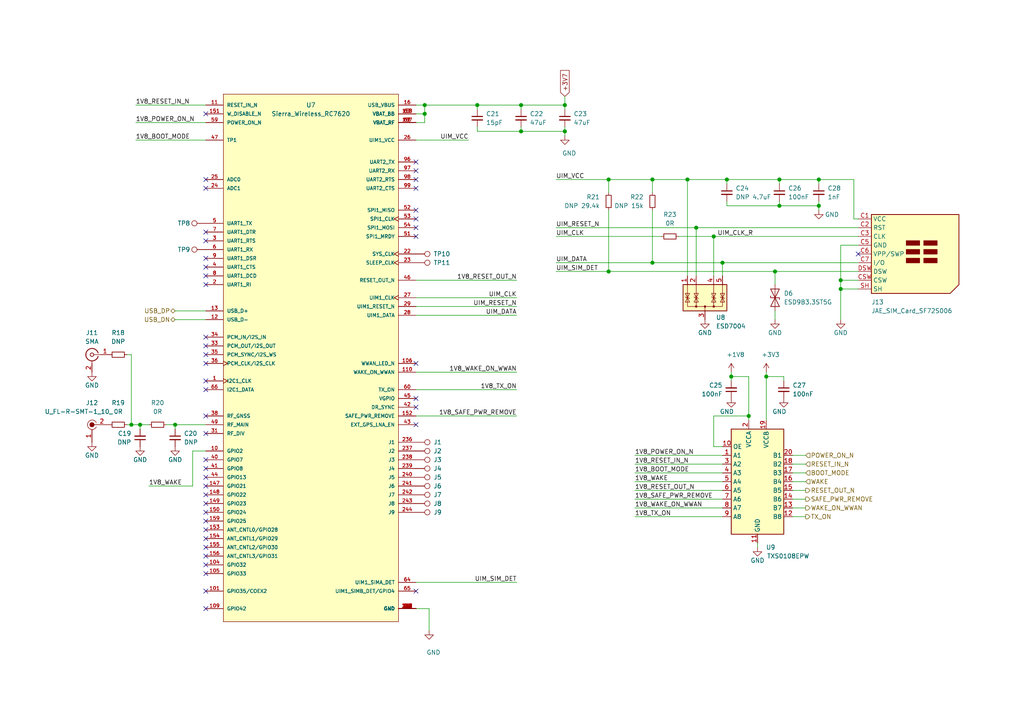
<source format=kicad_sch>
(kicad_sch (version 20210126) (generator eeschema)
  (paper "A4")
  (lib_symbols
    (symbol "Connector:Conn_Coaxial" (pin_names (offset 1.016) hide)
      (property "Reference" "J" (at 0.254 3.048 0))
      (property "Value" "Conn_Coaxial" (at 2.921 0 90))
      (symbol "Conn_Coaxial_0_1"
        (arc (start -1.778 0.508) (end 1.778 0) (radius (at -0.0508 0) (length 1.8034) (angles 163.6 0)) (stroke (width 0.254)))
        (arc (start 1.778 0) (end -1.778 -0.508) (radius (at -0.0254 0) (length 1.8034) (angles 0 -163.8)) (stroke (width 0.254)))
        (circle (center 0 0) (radius 0.508) (stroke (width 0.2032)))
        (polyline (pts (xy -2.54 0) (xy -0.508 0)))
        (polyline (pts (xy 0 -2.54) (xy 0 -1.778)))
      )
      (symbol "Conn_Coaxial_1_1"
        (pin passive line (at -5.08 0 0) (length 2.54) (name "In") (number "1"))
        (pin passive line (at 0 -5.08 90) (length 2.54) (name "Ext") (number "2"))
      )
    )
    (symbol "Connector:JAE_SIM_Card_SF72S006"
      (property "Reference" "J" (at 5.08 12.7 0))
      (property "Value" "JAE_SIM_Card_SF72S006" (at 30.48 12.7 0))
      (symbol "JAE_SIM_Card_SF72S006_0_1"
        (rectangle (start 13.97 -2.54) (end 17.78 -1.27) (stroke (width 0.254)) (fill (type outline)))
        (rectangle (start 13.97 0) (end 17.78 1.27) (stroke (width 0.254)) (fill (type outline)))
        (rectangle (start 13.97 2.54) (end 17.78 3.81) (stroke (width 0.254)) (fill (type outline)))
        (rectangle (start 19.05 -1.27) (end 22.86 -2.54) (stroke (width 0.254)) (fill (type outline)))
        (rectangle (start 19.05 0) (end 22.86 1.27) (stroke (width 0.254)) (fill (type outline)))
        (rectangle (start 19.05 2.54) (end 22.86 3.81) (stroke (width 0.254)) (fill (type outline)))
        (polyline (pts (xy 3.81 11.43) (xy 3.81 -11.43) (xy 26.67 -11.43) (xy 29.21 -8.89) (xy 29.21 11.43) (xy 3.81 11.43)) (stroke (width 0.254)) (fill (type background)))
      )
      (symbol "JAE_SIM_Card_SF72S006_1_1"
        (pin power_in line (at 0 10.16 0) (length 3.81) (name "VCC") (number "C1"))
        (pin input line (at 0 7.62 0) (length 3.81) (name "RST") (number "C2"))
        (pin input line (at 0 5.08 0) (length 3.81) (name "CLK") (number "C3"))
        (pin power_in line (at 0 2.54 0) (length 3.81) (name "GND") (number "C5"))
        (pin bidirectional line (at 0 0 0) (length 3.81) (name "VPP/SWP") (number "C6"))
        (pin bidirectional line (at 0 -2.54 0) (length 3.81) (name "I/O") (number "C7"))
        (pin passive line (at 0 -7.62 0) (length 3.81) (name "CSW") (number "CSW"))
        (pin passive line (at 0 -5.08 0) (length 3.81) (name "DSW") (number "DSW"))
        (pin passive line (at 0 -10.16 0) (length 3.81) (name "SH") (number "SH"))
      )
    )
    (symbol "Connector:TestPoint" (pin_numbers hide) (pin_names (offset 0.762) hide)
      (property "Reference" "TP" (at 0 6.858 0))
      (property "Value" "TestPoint" (at 0 5.08 0))
      (symbol "TestPoint_0_1"
        (circle (center 0 3.302) (radius 0.762))
      )
      (symbol "TestPoint_1_1"
        (pin passive line (at 0 0 90) (length 2.54) (name "1") (number "1"))
      )
    )
    (symbol "Device:C_Small" (pin_numbers hide) (pin_names (offset 0.254) hide)
      (property "Reference" "C" (at 0.254 1.778 0))
      (property "Value" "C_Small" (at 0.254 -2.032 0))
      (symbol "C_Small_0_1"
        (polyline (pts (xy -1.524 -0.508) (xy 1.524 -0.508)) (stroke (width 0.3302)))
        (polyline (pts (xy -1.524 0.508) (xy 1.524 0.508)) (stroke (width 0.3048)))
      )
      (symbol "C_Small_1_1"
        (pin passive line (at 0 2.54 270) (length 2.032) (name "~") (number "1"))
        (pin passive line (at 0 -2.54 90) (length 2.032) (name "~") (number "2"))
      )
    )
    (symbol "Device:R_Small" (pin_numbers hide) (pin_names (offset 0.254) hide)
      (property "Reference" "R" (at 0.762 0.508 0))
      (property "Value" "R_Small" (at 0.762 -1.016 0))
      (symbol "R_Small_0_1"
        (rectangle (start -0.762 1.778) (end 0.762 -1.778) (stroke (width 0.2032)))
      )
      (symbol "R_Small_1_1"
        (pin passive line (at 0 2.54 270) (length 0.762) (name "~") (number "1"))
        (pin passive line (at 0 -2.54 90) (length 0.762) (name "~") (number "2"))
      )
    )
    (symbol "Diode:ESD9B3.3ST5G" (pin_numbers hide) (pin_names (offset 1.016) hide)
      (property "Reference" "D" (at 0 2.54 0))
      (property "Value" "ESD9B3.3ST5G" (at 0 -2.54 0))
      (symbol "ESD9B3.3ST5G_0_1"
        (polyline (pts (xy 1.27 0) (xy -1.27 0)))
        (polyline (pts (xy -2.54 -1.27) (xy 0 0) (xy -2.54 1.27) (xy -2.54 -1.27)) (stroke (width 0.2032)))
        (polyline (pts (xy 0.508 1.27) (xy 0 1.27) (xy 0 -1.27) (xy -0.508 -1.27)) (stroke (width 0.2032)))
        (polyline (pts (xy 2.54 1.27) (xy 2.54 -1.27) (xy 0 0) (xy 2.54 1.27)) (stroke (width 0.2032)))
      )
      (symbol "ESD9B3.3ST5G_1_1"
        (pin passive line (at -3.81 0 0) (length 2.54) (name "A1") (number "1"))
        (pin passive line (at 3.81 0 180) (length 2.54) (name "A2") (number "2"))
      )
    )
    (symbol "Logic_LevelTranslator:TXS0108EPW"
      (property "Reference" "U" (at -6.35 16.51 0))
      (property "Value" "TXS0108EPW" (at 3.81 16.51 0))
      (symbol "TXS0108EPW_0_1"
        (rectangle (start -7.62 15.24) (end 7.62 -15.24) (stroke (width 0.254)) (fill (type background)))
      )
      (symbol "TXS0108EPW_1_1"
        (pin bidirectional line (at -10.16 7.62 0) (length 2.54) (name "A1") (number "1"))
        (pin input line (at -10.16 10.16 0) (length 2.54) (name "OE") (number "10"))
        (pin power_in line (at 0 -17.78 90) (length 2.54) (name "GND") (number "11"))
        (pin bidirectional line (at 10.16 -10.16 180) (length 2.54) (name "B8") (number "12"))
        (pin bidirectional line (at 10.16 -7.62 180) (length 2.54) (name "B7") (number "13"))
        (pin bidirectional line (at 10.16 -5.08 180) (length 2.54) (name "B6") (number "14"))
        (pin bidirectional line (at 10.16 -2.54 180) (length 2.54) (name "B5") (number "15"))
        (pin bidirectional line (at 10.16 0 180) (length 2.54) (name "B4") (number "16"))
        (pin bidirectional line (at 10.16 2.54 180) (length 2.54) (name "B3") (number "17"))
        (pin bidirectional line (at 10.16 5.08 180) (length 2.54) (name "B2") (number "18"))
        (pin power_in line (at 2.54 17.78 270) (length 2.54) (name "VCCB") (number "19"))
        (pin power_in line (at -2.54 17.78 270) (length 2.54) (name "VCCA") (number "2"))
        (pin bidirectional line (at 10.16 7.62 180) (length 2.54) (name "B1") (number "20"))
        (pin bidirectional line (at -10.16 5.08 0) (length 2.54) (name "A2") (number "3"))
        (pin bidirectional line (at -10.16 2.54 0) (length 2.54) (name "A3") (number "4"))
        (pin bidirectional line (at -10.16 0 0) (length 2.54) (name "A4") (number "5"))
        (pin bidirectional line (at -10.16 -2.54 0) (length 2.54) (name "A5") (number "6"))
        (pin bidirectional line (at -10.16 -5.08 0) (length 2.54) (name "A6") (number "7"))
        (pin bidirectional line (at -10.16 -7.62 0) (length 2.54) (name "A7") (number "8"))
        (pin bidirectional line (at -10.16 -10.16 0) (length 2.54) (name "A8") (number "9"))
      )
    )
    (symbol "Power_Protection:TPD4E02B04DQA" (pin_names hide)
      (property "Reference" "U" (at 7.62 3.81 0))
      (property "Value" "TPD4E02B04DQA" (at 7.62 1.905 0))
      (symbol "TPD4E02B04DQA_0_0"
        (pin passive line (at 0 -5.08 90) (length 2.54) (name "G") (number "3"))
      )
      (symbol "TPD4E02B04DQA_0_1"
        (circle (center 0 -1.27) (radius 0.254) (fill (type outline)))
        (circle (center 2.54 -1.27) (radius 0.254) (fill (type outline)))
        (rectangle (start -6.35 5.08) (end 6.35 -2.54) (stroke (width 0.254)) (fill (type background)))
        (polyline (pts (xy -2.54 5.08) (xy -2.54 -1.27)))
        (polyline (pts (xy 0 -1.27) (xy 0 -2.54)))
        (polyline (pts (xy 2.54 5.08) (xy 2.54 -1.27)))
        (polyline (pts (xy -5.08 5.08) (xy -5.08 -1.27) (xy 5.08 -1.27) (xy 5.08 5.08)))
        (polyline (pts (xy -4.445 0) (xy -5.715 0) (xy -5.08 1.27) (xy -4.445 0)))
        (polyline (pts (xy -3.175 1.524) (xy -2.921 1.27) (xy -2.159 1.27) (xy -1.905 1.016)))
        (polyline (pts (xy -2.54 1.27) (xy -1.905 0) (xy -3.175 0) (xy -2.54 1.27)))
        (polyline (pts (xy 2.54 1.27) (xy 1.905 0) (xy 3.175 0) (xy 2.54 1.27)))
        (polyline (pts (xy 5.08 1.27) (xy 4.445 0) (xy 5.715 0) (xy 5.08 1.27)))
      )
      (symbol "TPD4E02B04DQA_1_1"
        (circle (center -2.54 -1.27) (radius 0.254) (fill (type outline)))
        (polyline (pts (xy -5.715 1.524) (xy -5.461 1.27) (xy -4.699 1.27) (xy -4.445 1.016)))
        (polyline (pts (xy -5.08 1.27) (xy -5.715 2.54) (xy -4.445 2.54) (xy -5.08 1.27)))
        (polyline (pts (xy -2.54 1.27) (xy -3.175 2.54) (xy -1.905 2.54) (xy -2.54 1.27)))
        (polyline (pts (xy 1.905 1.524) (xy 2.159 1.27) (xy 2.921 1.27) (xy 3.175 1.016)))
        (polyline (pts (xy 2.54 1.27) (xy 1.905 2.54) (xy 3.175 2.54) (xy 2.54 1.27)))
        (polyline (pts (xy 4.445 1.524) (xy 4.699 1.27) (xy 5.461 1.27) (xy 5.715 1.016)))
        (polyline (pts (xy 5.08 1.27) (xy 4.445 2.54) (xy 5.715 2.54) (xy 5.08 1.27)))
        (pin passive line (at -5.08 7.62 270) (length 2.54) (name "IO1") (number "1"))
        (pin no_connect line (at -5.08 -2.54 90) (length 2.54) hide (name "NC") (number "10"))
        (pin passive line (at -2.54 7.62 270) (length 2.54) (name "IO2") (number "2"))
        (pin passive line (at 2.54 7.62 270) (length 2.54) (name "IO3") (number "4"))
        (pin passive line (at 5.08 7.62 270) (length 2.54) (name "IO4") (number "5"))
        (pin no_connect line (at 5.08 -2.54 90) (length 2.54) hide (name "NC") (number "6"))
        (pin no_connect line (at 2.54 -2.54 90) (length 2.54) hide (name "NC") (number "7"))
        (pin passive line (at 0 -5.08 90) (length 2.54) hide (name "G") (number "8"))
        (pin no_connect line (at -2.54 -2.54 90) (length 2.54) hide (name "NC") (number "9"))
      )
    )
    (symbol "dk_Coaxial-Connectors-RF:U_FL-R-SMT-1_10_" (pin_names (offset 1.016))
      (property "Reference" "J" (at -1.27 1.27 0))
      (property "Value" "U_FL-R-SMT-1_10_" (at 1.27 -2.54 0))
      (symbol "U_FL-R-SMT-1_10__1_1"
        (arc (start -1.27 0) (end 1.27 -0.635) (radius (at 0.0508 -0.0254) (length 1.3208) (angles 178.9 -26.6)))
        (arc (start 1.27 0.635) (end -1.27 0) (radius (at 0.0762 0.0254) (length 1.3462) (angles 27.1 -178.9)))
        (circle (center 0 0) (radius 0.635) (fill (type outline)))
        (pin passive line (at 0 -5.08 90) (length 3.683) (name "~") (number "1"))
        (pin passive line (at 5.08 0 180) (length 4.445) (name "~") (number "2"))
      )
    )
    (symbol "j_RF_Module:Sierra_Wireless_RC7620" (pin_names (offset 1.016))
      (property "Reference" "U" (at -25.4508 86.5378 0))
      (property "Value" "Sierra_Wireless_RC7620" (at -24.765 -69.85 0))
      (symbol "Sierra_Wireless_RC7620_0_0"
        (rectangle (start -25.4 85.725) (end 25.4 -67.31) (stroke (width 0.1524)) (fill (type background)))
        (pin bidirectional clock (at -30.48 2.54 0) (length 5.08) (name "I2C1_CLK") (number "1"))
        (pin bidirectional line (at -30.48 -17.78 0) (length 5.08) (name "GPIO2") (number "10"))
        (pin bidirectional line (at -30.48 -58.42 0) (length 5.08) (name "GPIO35/COEX2") (number "101"))
        (pin bidirectional line (at -30.48 -50.8 0) (length 5.08) (name "GPIO32") (number "104"))
        (pin bidirectional line (at -30.48 -53.34 0) (length 5.08) (name "GPIO33") (number "105"))
        (pin output line (at 30.48 7.62 180) (length 5.08) (name "WWAN_LED_N") (number "106"))
        (pin bidirectional line (at -30.48 -63.5 0) (length 5.08) (name "GPIO42") (number "109"))
        (pin input line (at -30.48 82.55 0) (length 5.08) (name "RESET_IN_N") (number "11"))
        (pin output line (at 30.48 5.08 180) (length 5.08) (name "WAKE_ON_WWAN") (number "110"))
        (pin power_in line (at 30.48 -63.5 180) (length 5.08) (name "GND") (number "111"))
        (pin power_in line (at 30.48 -63.5 180) (length 5.08) (name "GND") (number "113"))
        (pin bidirectional line (at -30.48 20.32 0) (length 5.08) (name "USB_D-") (number "12"))
        (pin power_in line (at 30.48 -63.5 180) (length 5.08) (name "GND") (number "125"))
        (pin power_in line (at 30.48 -63.5 180) (length 5.08) (name "GND") (number "128"))
        (pin bidirectional line (at -30.48 22.86 0) (length 5.08) (name "USB_D+") (number "13"))
        (pin power_in line (at 30.48 -63.5 180) (length 5.08) (name "GND") (number "136"))
        (pin power_in line (at 30.48 -63.5 180) (length 5.08) (name "GND") (number "139"))
        (pin bidirectional line (at -30.48 -27.94 0) (length 5.08) (name "GPIO21") (number "147"))
        (pin bidirectional line (at -30.48 -30.48 0) (length 5.08) (name "GPIO22") (number "148"))
        (pin bidirectional line (at -30.48 -33.02 0) (length 5.08) (name "GPIO23") (number "149"))
        (pin bidirectional line (at -30.48 -35.56 0) (length 5.08) (name "GPIO24") (number "150"))
        (pin input line (at -30.48 80.01 0) (length 5.08) (name "W_DISABLE_N") (number "151"))
        (pin output line (at 30.48 -7.62 180) (length 5.08) (name "SAFE_PWR_REMOVE") (number "152"))
        (pin bidirectional line (at -30.48 -40.64 0) (length 5.08) (name "ANT_CNTL0/GPIO28") (number "153"))
        (pin bidirectional line (at -30.48 -43.18 0) (length 5.08) (name "ANT_CNTL1/GPIO29") (number "154"))
        (pin bidirectional line (at -30.48 -45.72 0) (length 5.08) (name "ANT_CNTL2/GPIO30") (number "155"))
        (pin bidirectional line (at -30.48 -48.26 0) (length 5.08) (name "ANT_CNTL3/GPIO31") (number "156"))
        (pin power_in line (at 30.48 77.47 180) (length 5.08) (name "VBAT_RF") (number "157"))
        (pin power_in line (at 30.48 80.01 180) (length 5.08) (name "VBAT_BB") (number "158"))
        (pin bidirectional line (at -30.48 -38.1 0) (length 5.08) (name "GPIO25") (number "159"))
        (pin power_in line (at 30.48 82.55 180) (length 5.08) (name "USB_VBUS") (number "16"))
        (pin power_in line (at 30.48 -63.5 180) (length 5.08) (name "GND") (number "167"))
        (pin power_in line (at 30.48 -63.5 180) (length 5.08) (name "GND") (number "168"))
        (pin power_in line (at 30.48 -63.5 180) (length 5.08) (name "GND") (number "169"))
        (pin power_in line (at 30.48 -63.5 180) (length 5.08) (name "GND") (number "170"))
        (pin power_in line (at 30.48 -63.5 180) (length 5.08) (name "GND") (number "171"))
        (pin power_in line (at 30.48 -63.5 180) (length 5.08) (name "GND") (number "172"))
        (pin power_in line (at 30.48 -63.5 180) (length 5.08) (name "GND") (number "173"))
        (pin power_in line (at 30.48 -63.5 180) (length 5.08) (name "GND") (number "174"))
        (pin power_in line (at 30.48 -63.5 180) (length 5.08) (name "GND") (number "175"))
        (pin power_in line (at 30.48 -63.5 180) (length 5.08) (name "GND") (number "176"))
        (pin power_in line (at 30.48 -63.5 180) (length 5.08) (name "GND") (number "177"))
        (pin power_in line (at 30.48 -63.5 180) (length 5.08) (name "GND") (number "178"))
        (pin power_in line (at 30.48 -63.5 180) (length 5.08) (name "GND") (number "179"))
        (pin power_in line (at 30.48 -63.5 180) (length 5.08) (name "GND") (number "180"))
        (pin power_in line (at 30.48 -63.5 180) (length 5.08) (name "GND") (number "181"))
        (pin power_in line (at 30.48 -63.5 180) (length 5.08) (name "GND") (number "182"))
        (pin power_in line (at 30.48 -63.5 180) (length 5.08) (name "GND") (number "183"))
        (pin power_in line (at 30.48 -63.5 180) (length 5.08) (name "GND") (number "184"))
        (pin power_in line (at 30.48 -63.5 180) (length 5.08) (name "GND") (number "185"))
        (pin power_in line (at 30.48 -63.5 180) (length 5.08) (name "GND") (number "186"))
        (pin power_in line (at 30.48 -63.5 180) (length 5.08) (name "GND") (number "187"))
        (pin power_in line (at 30.48 -63.5 180) (length 5.08) (name "GND") (number "188"))
        (pin power_in line (at 30.48 -63.5 180) (length 5.08) (name "GND") (number "189"))
        (pin power_in line (at 30.48 -63.5 180) (length 5.08) (name "GND") (number "190"))
        (pin power_in line (at 30.48 -63.5 180) (length 5.08) (name "GND") (number "191"))
        (pin power_in line (at 30.48 -63.5 180) (length 5.08) (name "GND") (number "192"))
        (pin power_in line (at 30.48 -63.5 180) (length 5.08) (name "GND") (number "193"))
        (pin power_in line (at 30.48 -63.5 180) (length 5.08) (name "GND") (number "194"))
        (pin power_in line (at 30.48 -63.5 180) (length 5.08) (name "GND") (number "195"))
        (pin power_in line (at 30.48 -63.5 180) (length 5.08) (name "GND") (number "196"))
        (pin power_in line (at 30.48 -63.5 180) (length 5.08) (name "GND") (number "197"))
        (pin power_in line (at 30.48 -63.5 180) (length 5.08) (name "GND") (number "198"))
        (pin power_in line (at 30.48 -63.5 180) (length 5.08) (name "GND") (number "199"))
        (pin output line (at -30.48 30.48 0) (length 5.08) (name "UART1_RI") (number "2"))
        (pin power_in line (at 30.48 -63.5 180) (length 5.08) (name "GND") (number "200"))
        (pin power_in line (at 30.48 -63.5 180) (length 5.08) (name "GND") (number "201"))
        (pin power_in line (at 30.48 -63.5 180) (length 5.08) (name "GND") (number "202"))
        (pin power_in line (at 30.48 -63.5 180) (length 5.08) (name "GND") (number "203"))
        (pin power_in line (at 30.48 -63.5 180) (length 5.08) (name "GND") (number "204"))
        (pin power_in line (at 30.48 -63.5 180) (length 5.08) (name "GND") (number "205"))
        (pin power_in line (at 30.48 -63.5 180) (length 5.08) (name "GND") (number "206"))
        (pin power_in line (at 30.48 -63.5 180) (length 5.08) (name "GND") (number "207"))
        (pin power_in line (at 30.48 -63.5 180) (length 5.08) (name "GND") (number "208"))
        (pin power_in line (at 30.48 -63.5 180) (length 5.08) (name "GND") (number "209"))
        (pin power_in line (at 30.48 -63.5 180) (length 5.08) (name "GND") (number "210"))
        (pin power_in line (at 30.48 -63.5 180) (length 5.08) (name "GND") (number "211"))
        (pin power_in line (at 30.48 -63.5 180) (length 5.08) (name "GND") (number "212"))
        (pin power_in line (at 30.48 -63.5 180) (length 5.08) (name "GND") (number "213"))
        (pin power_in line (at 30.48 -63.5 180) (length 5.08) (name "GND") (number "214"))
        (pin power_in line (at 30.48 -63.5 180) (length 5.08) (name "GND") (number "215"))
        (pin power_in line (at 30.48 -63.5 180) (length 5.08) (name "GND") (number "216"))
        (pin power_in line (at 30.48 -63.5 180) (length 5.08) (name "GND") (number "217"))
        (pin power_in line (at 30.48 -63.5 180) (length 5.08) (name "GND") (number "218"))
        (pin power_in line (at 30.48 -63.5 180) (length 5.08) (name "GND") (number "219"))
        (pin output clock (at 30.48 39.37 180) (length 5.08) (name "SYS_CLK") (number "22"))
        (pin power_in line (at 30.48 -63.5 180) (length 5.08) (name "GND") (number "220"))
        (pin power_in line (at 30.48 -63.5 180) (length 5.08) (name "GND") (number "221"))
        (pin power_in line (at 30.48 -63.5 180) (length 5.08) (name "GND") (number "222"))
        (pin power_in line (at 30.48 -63.5 180) (length 5.08) (name "GND") (number "223"))
        (pin power_in line (at 30.48 -63.5 180) (length 5.08) (name "GND") (number "224"))
        (pin power_in line (at 30.48 -63.5 180) (length 5.08) (name "GND") (number "225"))
        (pin power_in line (at 30.48 -63.5 180) (length 5.08) (name "GND") (number "226"))
        (pin power_in line (at 30.48 -63.5 180) (length 5.08) (name "GND") (number "227"))
        (pin power_in line (at 30.48 -63.5 180) (length 5.08) (name "GND") (number "228"))
        (pin power_in line (at 30.48 -63.5 180) (length 5.08) (name "GND") (number "229"))
        (pin output clock (at 30.48 36.83 180) (length 5.08) (name "SLEEP_CLK") (number "23"))
        (pin power_in line (at 30.48 -63.5 180) (length 5.08) (name "GND") (number "230"))
        (pin power_in line (at 30.48 -63.5 180) (length 5.08) (name "GND") (number "231"))
        (pin power_in line (at 30.48 -63.5 180) (length 5.08) (name "GND") (number "232"))
        (pin power_in line (at 30.48 -63.5 180) (length 5.08) (name "GND") (number "233"))
        (pin power_in line (at 30.48 -63.5 180) (length 5.08) (name "GND") (number "234"))
        (pin bidirectional line (at 30.48 -15.24 180) (length 5.08) (name "J1") (number "236"))
        (pin bidirectional line (at 30.48 -17.78 180) (length 5.08) (name "J2") (number "237"))
        (pin bidirectional line (at 30.48 -20.32 180) (length 5.08) (name "J3") (number "238"))
        (pin bidirectional line (at 30.48 -22.86 180) (length 5.08) (name "J4") (number "239"))
        (pin input line (at -30.48 58.42 0) (length 5.08) (name "ADC1") (number "24"))
        (pin bidirectional line (at 30.48 -25.4 180) (length 5.08) (name "J5") (number "240"))
        (pin bidirectional line (at 30.48 -27.94 180) (length 5.08) (name "J6") (number "241"))
        (pin bidirectional line (at 30.48 -30.48 180) (length 5.08) (name "J7") (number "242"))
        (pin bidirectional line (at 30.48 -33.02 180) (length 5.08) (name "J8") (number "243"))
        (pin bidirectional line (at 30.48 -35.56 180) (length 5.08) (name "J9") (number "244"))
        (pin input line (at -30.48 60.96 0) (length 5.08) (name "ADC0") (number "25"))
        (pin power_out line (at 30.48 72.39 180) (length 5.08) (name "UIM1_VCC") (number "26"))
        (pin output clock (at 30.48 26.67 180) (length 5.08) (name "UIM1_CLK") (number "27"))
        (pin bidirectional line (at 30.48 21.59 180) (length 5.08) (name "UIM1_DATA") (number "28"))
        (pin output line (at 30.48 24.13 180) (length 5.08) (name "UIM1_RESET_N") (number "29"))
        (pin input line (at -30.48 43.18 0) (length 5.08) (name "UART1_RTS") (number "3"))
        (pin power_in line (at 30.48 -63.5 180) (length 5.08) (name "GND") (number "30"))
        (pin bidirectional line (at -30.48 -12.7 0) (length 5.08) (name "RF_DIV") (number "31"))
        (pin power_in line (at 30.48 -63.5 180) (length 5.08) (name "GND") (number "32"))
        (pin output line (at -30.48 12.7 0) (length 5.08) (name "PCM_OUT/I2S_OUT") (number "33"))
        (pin input line (at -30.48 15.24 0) (length 5.08) (name "PCM_IN/I2S_IN") (number "34"))
        (pin bidirectional line (at -30.48 10.16 0) (length 5.08) (name "PCM_SYNC/I2S_WS") (number "35"))
        (pin bidirectional clock (at -30.48 7.62 0) (length 5.08) (name "PCM_CLK/I2S_CLK") (number "36"))
        (pin power_in line (at 30.48 -63.5 180) (length 5.08) (name "GND") (number "37"))
        (pin input line (at -30.48 -7.62 0) (length 5.08) (name "RF_GNSS") (number "38"))
        (pin power_in line (at 30.48 -63.5 180) (length 5.08) (name "GND") (number "39"))
        (pin output line (at -30.48 35.56 0) (length 5.08) (name "UART1_CTS") (number "4"))
        (pin bidirectional line (at -30.48 -20.32 0) (length 5.08) (name "GPIO7") (number "40"))
        (pin bidirectional line (at -30.48 -22.86 0) (length 5.08) (name "GPIO8") (number "41"))
        (pin output line (at 30.48 -5.08 180) (length 5.08) (name "DR_SYNC") (number "42"))
        (pin bidirectional line (at -30.48 -25.4 0) (length 5.08) (name "GPIO13") (number "44"))
        (pin output line (at 30.48 -2.54 180) (length 5.08) (name "VGPIO") (number "45"))
        (pin output line (at 30.48 31.75 180) (length 5.08) (name "RESET_OUT_N") (number "46"))
        (pin input line (at -30.48 72.39 0) (length 5.08) (name "TP1") (number "47"))
        (pin power_in line (at 30.48 -63.5 180) (length 5.08) (name "GND") (number "48"))
        (pin bidirectional line (at -30.48 -10.16 0) (length 5.08) (name "RF_MAIN") (number "49"))
        (pin input line (at -30.48 48.26 0) (length 5.08) (name "UART1_TX") (number "5"))
        (pin power_in line (at 30.48 -63.5 180) (length 5.08) (name "GND") (number "50"))
        (pin output line (at 30.48 44.45 180) (length 5.08) (name "SPI1_MRDY") (number "51"))
        (pin input line (at 30.48 52.07 180) (length 5.08) (name "SPI1_MISO") (number "52"))
        (pin output clock (at 30.48 49.53 180) (length 5.08) (name "SPI1_CLK") (number "53"))
        (pin output line (at 30.48 46.99 180) (length 5.08) (name "SPI1_MOSI") (number "54"))
        (pin input line (at -30.48 77.47 0) (length 5.08) (name "POWER_ON_N") (number "59"))
        (pin output line (at -30.48 40.64 0) (length 5.08) (name "UART1_RX") (number "6"))
        (pin output line (at 30.48 0 180) (length 5.08) (name "TX_ON") (number "60"))
        (pin power_in line (at 30.48 77.47 180) (length 5.08) (name "VBAT_RF") (number "61"))
        (pin power_in line (at 30.48 77.47 180) (length 5.08) (name "VBAT_RF") (number "62"))
        (pin power_in line (at 30.48 80.01 180) (length 5.08) (name "VBAT_BB") (number "63"))
        (pin input line (at 30.48 -55.88 180) (length 5.08) (name "UIM1_SIMA_DET") (number "64"))
        (pin bidirectional line (at 30.48 -58.42 180) (length 5.08) (name "UIM1_SIMB_DET/GPIO4") (number "65"))
        (pin bidirectional line (at -30.48 0 0) (length 5.08) (name "I2C1_DATA") (number "66"))
        (pin power_in line (at 30.48 -63.5 180) (length 5.08) (name "GND") (number "67"))
        (pin power_in line (at 30.48 -63.5 180) (length 5.08) (name "GND") (number "68"))
        (pin power_in line (at 30.48 -63.5 180) (length 5.08) (name "GND") (number "69"))
        (pin input line (at -30.48 45.72 0) (length 5.08) (name "UART1_DTR") (number "7"))
        (pin power_in line (at 30.48 -63.5 180) (length 5.08) (name "GND") (number "70"))
        (pin output line (at -30.48 33.02 0) (length 5.08) (name "UART1_DCD") (number "8"))
        (pin output line (at -30.48 38.1 0) (length 5.08) (name "UART1_DSR") (number "9"))
        (pin input line (at 30.48 66.04 180) (length 5.08) (name "UART2_TX") (number "96"))
        (pin output line (at 30.48 63.5 180) (length 5.08) (name "UART2_RX") (number "97"))
        (pin input line (at 30.48 60.96 180) (length 5.08) (name "UART2_RTS") (number "98"))
        (pin output line (at 30.48 58.42 180) (length 5.08) (name "UART2_CTS") (number "99"))
      )
      (symbol "Sierra_Wireless_RC7620_1_1"
        (pin output line (at 30.48 -10.16 180) (length 5.08) (name "EXT_GPS_LNA_EN") (number "43"))
      )
    )
    (symbol "power:+1V8" (power) (pin_names (offset 0))
      (property "Value" "+1V8" (at 0 3.556 0))
      (symbol "+1V8_0_1"
        (polyline (pts (xy -0.762 1.27) (xy 0 2.54)))
        (polyline (pts (xy 0 0) (xy 0 2.54)))
        (polyline (pts (xy 0 2.54) (xy 0.762 1.27)))
      )
      (symbol "+1V8_1_1"
        (pin power_in line (at 0 0 90) (length 0) hide (name "+1V8") (number "1"))
      )
    )
    (symbol "power:+3V3" (power) (pin_names (offset 0))
      (property "Value" "+3V3" (at 0 3.556 0))
      (symbol "+3V3_0_1"
        (polyline (pts (xy -0.762 1.27) (xy 0 2.54)))
        (polyline (pts (xy 0 0) (xy 0 2.54)))
        (polyline (pts (xy 0 2.54) (xy 0.762 1.27)))
      )
      (symbol "+3V3_1_1"
        (pin power_in line (at 0 0 90) (length 0) hide (name "+3V3") (number "1"))
      )
    )
    (symbol "power:GND" (power) (pin_names (offset 0))
      (property "Value" "GND" (at 0 -3.81 0))
      (symbol "GND_0_1"
        (polyline (pts (xy 0 0) (xy 0 -1.27) (xy 1.27 -1.27) (xy 0 -2.54) (xy -1.27 -1.27) (xy 0 -1.27)))
      )
      (symbol "GND_1_1"
        (pin power_in line (at 0 0 270) (length 0) hide (name "GND") (number "1"))
      )
    )
  )
  (junction (at 38.1 123.19) (diameter 1.016))
  (junction (at 40.64 123.19) (diameter 1.016))
  (junction (at 50.8 123.19) (diameter 1.016))
  (junction (at 123.19 30.48) (diameter 1.016))
  (junction (at 123.19 33.02) (diameter 1.016))
  (junction (at 138.43 30.48) (diameter 1.016))
  (junction (at 151.13 30.48) (diameter 1.016))
  (junction (at 151.13 38.1) (diameter 1.016))
  (junction (at 163.83 30.48) (diameter 1.016))
  (junction (at 163.83 38.1) (diameter 1.016))
  (junction (at 176.53 52.07) (diameter 1.016))
  (junction (at 176.53 78.74) (diameter 1.016))
  (junction (at 189.23 52.07) (diameter 1.016))
  (junction (at 189.23 76.2) (diameter 1.016))
  (junction (at 199.39 52.07) (diameter 1.016))
  (junction (at 201.93 66.04) (diameter 1.016))
  (junction (at 207.01 68.58) (diameter 1.016))
  (junction (at 209.55 76.2) (diameter 1.016))
  (junction (at 210.82 52.07) (diameter 1.016))
  (junction (at 212.09 109.22) (diameter 1.016))
  (junction (at 217.17 120.65) (diameter 1.016))
  (junction (at 222.25 109.22) (diameter 1.016))
  (junction (at 224.79 78.74) (diameter 1.016))
  (junction (at 226.06 52.07) (diameter 1.016))
  (junction (at 226.06 59.69) (diameter 1.016))
  (junction (at 237.49 52.07) (diameter 1.016))
  (junction (at 237.49 59.69) (diameter 1.016))
  (junction (at 243.84 81.28) (diameter 1.016))
  (junction (at 243.84 83.82) (diameter 1.016))
  (no_connect (at 59.69 33.02))
  (no_connect (at 59.69 52.07))
  (no_connect (at 59.69 54.61))
  (no_connect (at 59.69 67.31))
  (no_connect (at 59.69 69.85))
  (no_connect (at 59.69 74.93))
  (no_connect (at 59.69 77.47))
  (no_connect (at 59.69 80.01))
  (no_connect (at 59.69 82.55))
  (no_connect (at 59.69 97.79))
  (no_connect (at 59.69 100.33))
  (no_connect (at 59.69 102.87))
  (no_connect (at 59.69 105.41))
  (no_connect (at 59.69 110.49))
  (no_connect (at 59.69 113.03))
  (no_connect (at 59.69 120.65))
  (no_connect (at 59.69 125.73))
  (no_connect (at 59.69 133.35))
  (no_connect (at 59.69 135.89))
  (no_connect (at 59.69 138.43))
  (no_connect (at 59.69 140.97))
  (no_connect (at 59.69 143.51))
  (no_connect (at 59.69 146.05))
  (no_connect (at 59.69 148.59))
  (no_connect (at 59.69 151.13))
  (no_connect (at 59.69 153.67))
  (no_connect (at 59.69 156.21))
  (no_connect (at 59.69 158.75))
  (no_connect (at 59.69 161.29))
  (no_connect (at 59.69 163.83))
  (no_connect (at 59.69 166.37))
  (no_connect (at 59.69 171.45))
  (no_connect (at 59.69 176.53))
  (no_connect (at 120.65 46.99))
  (no_connect (at 120.65 49.53))
  (no_connect (at 120.65 52.07))
  (no_connect (at 120.65 54.61))
  (no_connect (at 120.65 60.96))
  (no_connect (at 120.65 63.5))
  (no_connect (at 120.65 66.04))
  (no_connect (at 120.65 68.58))
  (no_connect (at 120.65 105.41))
  (no_connect (at 120.65 115.57))
  (no_connect (at 120.65 118.11))
  (no_connect (at 120.65 123.19))
  (no_connect (at 120.65 171.45))
  (no_connect (at 248.92 73.66))
  (wire (pts (xy 36.83 123.19) (xy 38.1 123.19)))
  (wire (pts (xy 38.1 102.87) (xy 36.83 102.87)))
  (wire (pts (xy 38.1 123.19) (xy 38.1 102.87)))
  (wire (pts (xy 38.1 123.19) (xy 40.64 123.19)))
  (wire (pts (xy 39.37 30.48) (xy 59.69 30.48)))
  (wire (pts (xy 39.37 35.56) (xy 59.69 35.56)))
  (wire (pts (xy 39.37 40.64) (xy 59.69 40.64)))
  (wire (pts (xy 40.64 123.19) (xy 40.64 124.46)))
  (wire (pts (xy 40.64 123.19) (xy 43.18 123.19)))
  (wire (pts (xy 43.18 140.97) (xy 55.88 140.97)))
  (wire (pts (xy 48.26 123.19) (xy 50.8 123.19)))
  (wire (pts (xy 50.8 90.17) (xy 59.69 90.17)))
  (wire (pts (xy 50.8 92.71) (xy 59.69 92.71)))
  (wire (pts (xy 50.8 123.19) (xy 50.8 124.46)))
  (wire (pts (xy 50.8 123.19) (xy 59.69 123.19)))
  (wire (pts (xy 55.88 130.81) (xy 59.69 130.81)))
  (wire (pts (xy 55.88 140.97) (xy 55.88 130.81)))
  (wire (pts (xy 120.65 30.48) (xy 123.19 30.48)))
  (wire (pts (xy 120.65 35.56) (xy 123.19 35.56)))
  (wire (pts (xy 120.65 40.64) (xy 135.89 40.64)))
  (wire (pts (xy 120.65 81.28) (xy 149.86 81.28)))
  (wire (pts (xy 120.65 86.36) (xy 149.86 86.36)))
  (wire (pts (xy 120.65 88.9) (xy 149.86 88.9)))
  (wire (pts (xy 120.65 91.44) (xy 149.86 91.44)))
  (wire (pts (xy 120.65 107.95) (xy 149.86 107.95)))
  (wire (pts (xy 120.65 113.03) (xy 149.86 113.03)))
  (wire (pts (xy 120.65 120.65) (xy 149.86 120.65)))
  (wire (pts (xy 120.65 168.91) (xy 149.86 168.91)))
  (wire (pts (xy 120.65 176.53) (xy 124.46 176.53)))
  (wire (pts (xy 123.19 30.48) (xy 123.19 33.02)))
  (wire (pts (xy 123.19 30.48) (xy 138.43 30.48)))
  (wire (pts (xy 123.19 33.02) (xy 120.65 33.02)))
  (wire (pts (xy 123.19 33.02) (xy 123.19 35.56)))
  (wire (pts (xy 124.46 176.53) (xy 124.46 182.88)))
  (wire (pts (xy 138.43 30.48) (xy 138.43 31.75)))
  (wire (pts (xy 138.43 30.48) (xy 151.13 30.48)))
  (wire (pts (xy 138.43 38.1) (xy 138.43 36.83)))
  (wire (pts (xy 151.13 30.48) (xy 151.13 31.75)))
  (wire (pts (xy 151.13 30.48) (xy 163.83 30.48)))
  (wire (pts (xy 151.13 36.83) (xy 151.13 38.1)))
  (wire (pts (xy 151.13 38.1) (xy 138.43 38.1)))
  (wire (pts (xy 151.13 38.1) (xy 163.83 38.1)))
  (wire (pts (xy 161.29 52.07) (xy 176.53 52.07)))
  (wire (pts (xy 161.29 66.04) (xy 201.93 66.04)))
  (wire (pts (xy 161.29 68.58) (xy 191.77 68.58)))
  (wire (pts (xy 161.29 76.2) (xy 189.23 76.2)))
  (wire (pts (xy 161.29 78.74) (xy 176.53 78.74)))
  (wire (pts (xy 163.83 27.94) (xy 163.83 30.48)))
  (wire (pts (xy 163.83 31.75) (xy 163.83 30.48)))
  (wire (pts (xy 163.83 38.1) (xy 163.83 36.83)))
  (wire (pts (xy 163.83 38.1) (xy 163.83 39.37)))
  (wire (pts (xy 176.53 52.07) (xy 176.53 55.88)))
  (wire (pts (xy 176.53 52.07) (xy 189.23 52.07)))
  (wire (pts (xy 176.53 60.96) (xy 176.53 78.74)))
  (wire (pts (xy 176.53 78.74) (xy 224.79 78.74)))
  (wire (pts (xy 184.15 132.08) (xy 209.55 132.08)))
  (wire (pts (xy 184.15 134.62) (xy 209.55 134.62)))
  (wire (pts (xy 184.15 137.16) (xy 209.55 137.16)))
  (wire (pts (xy 184.15 139.7) (xy 209.55 139.7)))
  (wire (pts (xy 184.15 142.24) (xy 209.55 142.24)))
  (wire (pts (xy 184.15 144.78) (xy 209.55 144.78)))
  (wire (pts (xy 184.15 147.32) (xy 209.55 147.32)))
  (wire (pts (xy 184.15 149.86) (xy 209.55 149.86)))
  (wire (pts (xy 189.23 52.07) (xy 189.23 55.88)))
  (wire (pts (xy 189.23 52.07) (xy 199.39 52.07)))
  (wire (pts (xy 189.23 60.96) (xy 189.23 76.2)))
  (wire (pts (xy 189.23 76.2) (xy 209.55 76.2)))
  (wire (pts (xy 196.85 68.58) (xy 207.01 68.58)))
  (wire (pts (xy 199.39 52.07) (xy 199.39 80.01)))
  (wire (pts (xy 199.39 52.07) (xy 210.82 52.07)))
  (wire (pts (xy 201.93 66.04) (xy 201.93 80.01)))
  (wire (pts (xy 201.93 66.04) (xy 248.92 66.04)))
  (wire (pts (xy 207.01 68.58) (xy 207.01 80.01)))
  (wire (pts (xy 207.01 68.58) (xy 248.92 68.58)))
  (wire (pts (xy 207.01 120.65) (xy 217.17 120.65)))
  (wire (pts (xy 207.01 129.54) (xy 207.01 120.65)))
  (wire (pts (xy 209.55 76.2) (xy 209.55 80.01)))
  (wire (pts (xy 209.55 76.2) (xy 248.92 76.2)))
  (wire (pts (xy 209.55 129.54) (xy 207.01 129.54)))
  (wire (pts (xy 210.82 52.07) (xy 226.06 52.07)))
  (wire (pts (xy 210.82 53.34) (xy 210.82 52.07)))
  (wire (pts (xy 210.82 58.42) (xy 210.82 59.69)))
  (wire (pts (xy 210.82 59.69) (xy 226.06 59.69)))
  (wire (pts (xy 212.09 107.95) (xy 212.09 109.22)))
  (wire (pts (xy 212.09 109.22) (xy 212.09 110.49)))
  (wire (pts (xy 217.17 109.22) (xy 212.09 109.22)))
  (wire (pts (xy 217.17 120.65) (xy 217.17 109.22)))
  (wire (pts (xy 217.17 121.92) (xy 217.17 120.65)))
  (wire (pts (xy 219.71 157.48) (xy 219.71 158.75)))
  (wire (pts (xy 222.25 107.95) (xy 222.25 109.22)))
  (wire (pts (xy 222.25 109.22) (xy 222.25 121.92)))
  (wire (pts (xy 222.25 109.22) (xy 227.33 109.22)))
  (wire (pts (xy 224.79 78.74) (xy 224.79 82.55)))
  (wire (pts (xy 224.79 78.74) (xy 248.92 78.74)))
  (wire (pts (xy 224.79 90.17) (xy 224.79 92.71)))
  (wire (pts (xy 226.06 52.07) (xy 226.06 53.34)))
  (wire (pts (xy 226.06 52.07) (xy 237.49 52.07)))
  (wire (pts (xy 226.06 58.42) (xy 226.06 59.69)))
  (wire (pts (xy 226.06 59.69) (xy 237.49 59.69)))
  (wire (pts (xy 227.33 109.22) (xy 227.33 110.49)))
  (wire (pts (xy 233.68 132.08) (xy 229.87 132.08)))
  (wire (pts (xy 233.68 134.62) (xy 229.87 134.62)))
  (wire (pts (xy 233.68 137.16) (xy 229.87 137.16)))
  (wire (pts (xy 233.68 139.7) (xy 229.87 139.7)))
  (wire (pts (xy 233.68 142.24) (xy 229.87 142.24)))
  (wire (pts (xy 233.68 144.78) (xy 229.87 144.78)))
  (wire (pts (xy 233.68 147.32) (xy 229.87 147.32)))
  (wire (pts (xy 233.68 149.86) (xy 229.87 149.86)))
  (wire (pts (xy 237.49 52.07) (xy 237.49 53.34)))
  (wire (pts (xy 237.49 59.69) (xy 237.49 58.42)))
  (wire (pts (xy 237.49 59.69) (xy 237.49 60.96)))
  (wire (pts (xy 243.84 71.12) (xy 243.84 81.28)))
  (wire (pts (xy 243.84 81.28) (xy 243.84 83.82)))
  (wire (pts (xy 243.84 83.82) (xy 243.84 92.71)))
  (wire (pts (xy 247.65 52.07) (xy 237.49 52.07)))
  (wire (pts (xy 247.65 63.5) (xy 247.65 52.07)))
  (wire (pts (xy 248.92 63.5) (xy 247.65 63.5)))
  (wire (pts (xy 248.92 71.12) (xy 243.84 71.12)))
  (wire (pts (xy 248.92 81.28) (xy 243.84 81.28)))
  (wire (pts (xy 248.92 83.82) (xy 243.84 83.82)))
  (label "1V8_RESET_IN_N" (at 39.37 30.48 0))
  (label "1V8_POWER_ON_N" (at 39.37 35.56 0))
  (label "1V8_BOOT_MODE" (at 39.37 40.64 0))
  (label "1V8_WAKE" (at 43.18 140.97 0))
  (label "UIM_VCC" (at 135.89 40.64 180))
  (label "1V8_RESET_OUT_N" (at 149.86 81.28 180))
  (label "UIM_CLK" (at 149.86 86.36 180))
  (label "UIM_RESET_N" (at 149.86 88.9 180))
  (label "UIM_DATA" (at 149.86 91.44 180))
  (label "1V8_WAKE_ON_WWAN" (at 149.86 107.95 180))
  (label "1V8_TX_ON" (at 149.86 113.03 180))
  (label "1V8_SAFE_PWR_REMOVE" (at 149.86 120.65 180))
  (label "UIM_SIM_DET" (at 149.86 168.91 180))
  (label "UIM_VCC" (at 161.29 52.07 0))
  (label "UIM_RESET_N" (at 161.29 66.04 0))
  (label "UIM_CLK" (at 161.29 68.58 0))
  (label "UIM_DATA" (at 161.29 76.2 0))
  (label "UIM_SIM_DET" (at 161.29 78.74 0))
  (label "1V8_POWER_ON_N" (at 184.15 132.08 0))
  (label "1V8_RESET_IN_N" (at 184.15 134.62 0))
  (label "1V8_BOOT_MODE" (at 184.15 137.16 0))
  (label "1V8_WAKE" (at 184.15 139.7 0))
  (label "1V8_RESET_OUT_N" (at 184.15 142.24 0))
  (label "1V8_SAFE_PWR_REMOVE" (at 184.15 144.78 0))
  (label "1V8_WAKE_ON_WWAN" (at 184.15 147.32 0))
  (label "1V8_TX_ON" (at 184.15 149.86 0))
  (label "UIM_CLK_R" (at 218.44 68.58 180))
  (global_label "+3V7" (shape input) (at 163.83 27.94 90) (property "Intersheet References" "${INTERSHEET_REFS}" (effects hide)))
  (hierarchical_label "USB_DP" (shape bidirectional) (at 50.8 90.17 180))
  (hierarchical_label "USB_DN" (shape bidirectional) (at 50.8 92.71 180))
  (hierarchical_label "POWER_ON_N" (shape input) (at 233.68 132.08 0))
  (hierarchical_label "RESET_IN_N" (shape input) (at 233.68 134.62 0))
  (hierarchical_label "BOOT_MODE" (shape input) (at 233.68 137.16 0))
  (hierarchical_label "WAKE" (shape input) (at 233.68 139.7 0))
  (hierarchical_label "RESET_OUT_N" (shape output) (at 233.68 142.24 0))
  (hierarchical_label "SAFE_PWR_REMOVE" (shape output) (at 233.68 144.78 0))
  (hierarchical_label "WAKE_ON_WWAN" (shape output) (at 233.68 147.32 0))
  (hierarchical_label "TX_ON" (shape output) (at 233.68 149.86 0))
  (symbol (lib_id "Connector:TestPoint") (at 59.69 64.77 90) (mirror x) (unit 1)
    (property "Reference" "TP8" (at 53.34 64.77 90))
    (property "Value" " " (at 58.42 60.96 90))
    (property "Footprint" "TestPoint:TestPoint_Pad_1.0x1.0mm" (effects hide))
  )
  (symbol (lib_id "Connector:TestPoint") (at 59.69 72.39 90) (mirror x) (unit 1)
    (property "Reference" "TP9" (at 53.34 72.39 90))
    (property "Value" " " (at 58.42 68.58 90))
    (property "Footprint" "TestPoint:TestPoint_Pad_1.0x1.0mm" (effects hide))
  )
  (symbol (lib_id "Connector:TestPoint") (at 120.65 73.66 270) (unit 1)
    (property "Reference" "TP10" (at 125.73 73.66 90) (effects (justify left)))
    (property "Value" " " (at 125.73 74.93 90) (effects (justify left)))
    (property "Footprint" "TestPoint:TestPoint_Pad_1.0x1.0mm" (effects hide))
  )
  (symbol (lib_id "Connector:TestPoint") (at 120.65 76.2 270) (unit 1)
    (property "Reference" "TP11" (at 125.73 76.2 90) (effects (justify left)))
    (property "Value" " " (at 125.73 77.47 90) (effects (justify left)))
    (property "Footprint" "TestPoint:TestPoint_Pad_1.0x1.0mm" (effects hide))
  )
  (symbol (lib_id "Connector:TestPoint") (at 120.65 128.27 270) (unit 1)
    (property "Reference" "J1" (at 125.73 128.27 90) (effects (justify left)))
    (property "Value" " " (at 125.73 129.54 90) (effects (justify left)))
    (property "Footprint" "TestPoint:TestPoint_Pad_1.0x1.0mm" (effects hide))
  )
  (symbol (lib_id "Connector:TestPoint") (at 120.65 130.81 270) (unit 1)
    (property "Reference" "J2" (at 125.73 130.81 90) (effects (justify left)))
    (property "Value" " " (at 125.73 132.08 90) (effects (justify left)))
    (property "Footprint" "TestPoint:TestPoint_Pad_1.0x1.0mm" (effects hide))
  )
  (symbol (lib_id "Connector:TestPoint") (at 120.65 133.35 270) (unit 1)
    (property "Reference" "J3" (at 125.73 133.35 90) (effects (justify left)))
    (property "Value" " " (at 125.73 134.62 90) (effects (justify left)))
    (property "Footprint" "TestPoint:TestPoint_Pad_1.0x1.0mm" (effects hide))
  )
  (symbol (lib_id "Connector:TestPoint") (at 120.65 135.89 270) (unit 1)
    (property "Reference" "J4" (at 125.73 135.89 90) (effects (justify left)))
    (property "Value" " " (at 125.73 137.16 90) (effects (justify left)))
    (property "Footprint" "TestPoint:TestPoint_Pad_1.0x1.0mm" (effects hide))
  )
  (symbol (lib_id "Connector:TestPoint") (at 120.65 138.43 270) (unit 1)
    (property "Reference" "J5" (at 125.73 138.43 90) (effects (justify left)))
    (property "Value" " " (at 125.73 139.7 90) (effects (justify left)))
    (property "Footprint" "TestPoint:TestPoint_Pad_1.0x1.0mm" (effects hide))
  )
  (symbol (lib_id "Connector:TestPoint") (at 120.65 140.97 270) (unit 1)
    (property "Reference" "J6" (at 125.73 140.97 90) (effects (justify left)))
    (property "Value" " " (at 125.73 142.24 90) (effects (justify left)))
    (property "Footprint" "TestPoint:TestPoint_Pad_1.0x1.0mm" (effects hide))
  )
  (symbol (lib_id "Connector:TestPoint") (at 120.65 143.51 270) (unit 1)
    (property "Reference" "J7" (at 125.73 143.51 90) (effects (justify left)))
    (property "Value" " " (at 125.73 144.78 90) (effects (justify left)))
    (property "Footprint" "TestPoint:TestPoint_Pad_1.0x1.0mm" (effects hide))
  )
  (symbol (lib_id "Connector:TestPoint") (at 120.65 146.05 270) (unit 1)
    (property "Reference" "J8" (at 125.73 146.05 90) (effects (justify left)))
    (property "Value" " " (at 125.73 147.32 90) (effects (justify left)))
    (property "Footprint" "TestPoint:TestPoint_Pad_1.0x1.0mm" (effects hide))
  )
  (symbol (lib_id "Connector:TestPoint") (at 120.65 148.59 270) (unit 1)
    (property "Reference" "J9" (at 125.73 148.59 90) (effects (justify left)))
    (property "Value" " " (at 125.73 149.86 90) (effects (justify left)))
    (property "Footprint" "TestPoint:TestPoint_Pad_1.0x1.0mm" (effects hide))
  )
  (symbol (lib_id "power:+1V8") (at 212.09 107.95 0) (unit 1)
    (property "Reference" "#PWR078" (effects hide))
    (property "Value" "+1V8" (at 213.36 102.87 0))
  )
  (symbol (lib_id "power:+3V3") (at 222.25 107.95 0) (unit 1)
    (property "Reference" "#PWR081" (effects hide))
    (property "Value" "+3V3" (at 223.52 102.87 0))
  )
  (symbol (lib_id "power:GND") (at 26.67 107.95 0) (unit 1)
    (property "Reference" "#PWR071" (effects hide))
    (property "Value" "GND" (at 26.67 111.76 0))
  )
  (symbol (lib_id "power:GND") (at 26.67 128.27 0) (unit 1)
    (property "Reference" "#PWR072" (effects hide))
    (property "Value" "GND" (at 26.67 132.08 0))
  )
  (symbol (lib_id "power:GND") (at 40.64 129.54 0) (unit 1)
    (property "Reference" "#PWR073" (effects hide))
    (property "Value" "GND" (at 40.64 133.35 0))
  )
  (symbol (lib_id "power:GND") (at 50.8 129.54 0) (unit 1)
    (property "Reference" "#PWR074" (effects hide))
    (property "Value" "GND" (at 50.8 133.35 0))
  )
  (symbol (lib_id "power:GND") (at 124.46 182.88 0) (unit 1)
    (property "Reference" "#PWR075" (effects hide))
    (property "Value" "GND" (at 125.73 189.23 0))
  )
  (symbol (lib_id "power:GND") (at 163.83 39.37 0) (unit 1)
    (property "Reference" "#PWR076" (effects hide))
    (property "Value" "GND" (at 165.1 44.45 0))
  )
  (symbol (lib_id "power:GND") (at 204.47 92.71 0) (unit 1)
    (property "Reference" "#PWR077" (effects hide))
    (property "Value" "GND" (at 204.47 96.52 0))
  )
  (symbol (lib_id "power:GND") (at 212.09 115.57 0) (mirror y) (unit 1)
    (property "Reference" "#PWR079" (effects hide))
    (property "Value" "GND" (at 210.82 119.38 0))
  )
  (symbol (lib_id "power:GND") (at 219.71 158.75 0) (unit 1)
    (property "Reference" "#PWR080" (effects hide))
    (property "Value" "GND" (at 219.71 162.56 0))
  )
  (symbol (lib_id "power:GND") (at 224.79 92.71 0) (unit 1)
    (property "Reference" "#PWR082" (effects hide))
    (property "Value" "GND" (at 224.79 96.52 0))
  )
  (symbol (lib_id "power:GND") (at 227.33 115.57 0) (mirror y) (unit 1)
    (property "Reference" "#PWR083" (effects hide))
    (property "Value" "GND" (at 226.06 119.38 0))
  )
  (symbol (lib_id "power:GND") (at 237.49 60.96 0) (unit 1)
    (property "Reference" "#PWR084" (effects hide))
    (property "Value" "GND" (at 241.3 62.23 0))
  )
  (symbol (lib_id "power:GND") (at 243.84 92.71 0) (unit 1)
    (property "Reference" "#PWR085" (effects hide))
    (property "Value" "GND" (at 243.84 96.52 0))
  )
  (symbol (lib_id "Device:R_Small") (at 34.29 102.87 90) (unit 1)
    (property "Reference" "R18" (at 34.29 96.52 90))
    (property "Value" "DNP" (at 34.29 99.06 90))
    (property "Footprint" "Resistor_SMD:R_0402_1005Metric" (effects hide))
  )
  (symbol (lib_id "Device:R_Small") (at 34.29 123.19 90) (unit 1)
    (property "Reference" "R19" (at 34.29 116.84 90))
    (property "Value" "0R" (at 34.29 119.38 90))
    (property "Footprint" "Resistor_SMD:R_0402_1005Metric" (effects hide))
  )
  (symbol (lib_id "Device:R_Small") (at 45.72 123.19 90) (unit 1)
    (property "Reference" "R20" (at 45.72 116.84 90))
    (property "Value" "0R" (at 45.72 119.38 90))
    (property "Footprint" "Resistor_SMD:R_0402_1005Metric" (effects hide))
  )
  (symbol (lib_id "Device:R_Small") (at 176.53 58.42 0) (mirror x) (unit 1)
    (property "Reference" "R21" (at 173.99 57.15 0) (effects (justify right)))
    (property "Value" "DNP 29.4k" (at 173.99 59.69 0) (effects (justify right)))
    (property "Footprint" "Resistor_SMD:R_0603_1608Metric" (effects hide))
  )
  (symbol (lib_id "Device:R_Small") (at 189.23 58.42 0) (mirror x) (unit 1)
    (property "Reference" "R22" (at 186.69 57.15 0) (effects (justify right)))
    (property "Value" "DNP 15k" (at 186.69 59.69 0) (effects (justify right)))
    (property "Footprint" "Resistor_SMD:R_0603_1608Metric" (effects hide))
  )
  (symbol (lib_id "Device:R_Small") (at 194.31 68.58 90) (mirror x) (unit 1)
    (property "Reference" "R23" (at 194.31 62.23 90))
    (property "Value" "0R" (at 194.31 64.77 90))
    (property "Footprint" "Resistor_SMD:R_0603_1608Metric" (effects hide))
  )
  (symbol (lib_id "Device:C_Small") (at 40.64 127 0) (mirror x) (unit 1)
    (property "Reference" "C19" (at 38.1 125.73 0) (effects (justify right)))
    (property "Value" "DNP" (at 38.1 128.27 0) (effects (justify right)))
    (property "Footprint" "Capacitor_SMD:C_0402_1005Metric" (effects hide))
  )
  (symbol (lib_id "Device:C_Small") (at 50.8 127 0) (unit 1)
    (property "Reference" "C20" (at 53.34 125.73 0) (effects (justify left)))
    (property "Value" "DNP" (at 53.34 128.27 0) (effects (justify left)))
    (property "Footprint" "Capacitor_SMD:C_0402_1005Metric" (effects hide))
  )
  (symbol (lib_id "Device:C_Small") (at 138.43 34.29 0) (unit 1)
    (property "Reference" "C21" (at 140.97 33.02 0) (effects (justify left)))
    (property "Value" "15pF" (at 140.97 35.56 0) (effects (justify left)))
    (property "Footprint" "Capacitor_SMD:C_0603_1608Metric" (effects hide))
  )
  (symbol (lib_id "Device:C_Small") (at 151.13 34.29 0) (unit 1)
    (property "Reference" "C22" (at 153.67 33.02 0) (effects (justify left)))
    (property "Value" "47uF" (at 153.67 35.56 0) (effects (justify left)))
    (property "Footprint" "Capacitor_SMD:C_0805_2012Metric" (effects hide))
  )
  (symbol (lib_id "Device:C_Small") (at 163.83 34.29 0) (unit 1)
    (property "Reference" "C23" (at 166.37 33.02 0) (effects (justify left)))
    (property "Value" "47uF" (at 166.37 35.56 0) (effects (justify left)))
    (property "Footprint" "Capacitor_SMD:C_0805_2012Metric" (effects hide))
  )
  (symbol (lib_id "Device:C_Small") (at 210.82 55.88 0) (unit 1)
    (property "Reference" "C24" (at 213.36 54.61 0) (effects (justify left)))
    (property "Value" "DNP 4.7uF" (at 213.36 57.15 0) (effects (justify left)))
    (property "Footprint" "Capacitor_SMD:C_0805_2012Metric" (effects hide))
  )
  (symbol (lib_id "Device:C_Small") (at 212.09 113.03 0) (mirror x) (unit 1)
    (property "Reference" "C25" (at 209.55 111.76 0) (effects (justify right)))
    (property "Value" "100nF" (at 209.55 114.3 0) (effects (justify right)))
    (property "Footprint" "Capacitor_SMD:C_0603_1608Metric" (effects hide))
  )
  (symbol (lib_id "Device:C_Small") (at 226.06 55.88 0) (unit 1)
    (property "Reference" "C26" (at 228.6 54.61 0) (effects (justify left)))
    (property "Value" "100nF" (at 228.6 57.15 0) (effects (justify left)))
    (property "Footprint" "Capacitor_SMD:C_0603_1608Metric" (effects hide))
  )
  (symbol (lib_id "Device:C_Small") (at 227.33 113.03 0) (unit 1)
    (property "Reference" "C27" (at 229.87 111.76 0) (effects (justify left)))
    (property "Value" "100nF" (at 229.87 114.3 0) (effects (justify left)))
    (property "Footprint" "Capacitor_SMD:C_0603_1608Metric" (effects hide))
  )
  (symbol (lib_id "Device:C_Small") (at 237.49 55.88 0) (unit 1)
    (property "Reference" "C28" (at 240.03 54.61 0) (effects (justify left)))
    (property "Value" "1nF" (at 240.03 57.15 0) (effects (justify left)))
    (property "Footprint" "Capacitor_SMD:C_0603_1608Metric" (effects hide))
  )
  (symbol (lib_id "Diode:ESD9B3.3ST5G") (at 224.79 86.36 90) (unit 1)
    (property "Reference" "D6" (at 227.33 85.09 90) (effects (justify right)))
    (property "Value" "ESD9B3.3ST5G" (at 227.33 87.63 90) (effects (justify right)))
    (property "Footprint" "Diode_SMD:D_SOD-923" (effects hide))
    (property "Datasheet" "https://www.onsemi.com/pub/Collateral/ESD9B-D.PDF" (effects hide))
  )
  (symbol (lib_id "dk_Coaxial-Connectors-RF:U_FL-R-SMT-1_10_") (at 26.67 123.19 0) (unit 1)
    (property "Reference" "J12" (at 26.67 116.84 0))
    (property "Value" "U_FL-R-SMT-1_10_" (at 22.86 119.38 0))
    (property "Footprint" "digikey-footprints:Coax_Conn_U.FL" (effects hide))
    (property "Datasheet" "https://www.hirose.com/product/en/download_file/key_name/U.FL-R-SMT-1%2810%29/category/Drawing%20(2D)/doc_file_id/37627/?file_category_id=6&item_id=03310472210&is_series=U.FL-R-SMT-1(10" (effects hide))
    (property "Digi-Key_PN" "H11891CT-ND" (effects hide))
    (property "MPN" "U.FL-R-SMT-1(10)" (effects hide))
    (property "Category" "Connectors, Interconnects" (effects hide))
    (property "Family" "Coaxial Connectors (RF)" (effects hide))
    (property "DK_Datasheet_Link" "https://www.hirose.com/product/en/download_file/key_name/U.FL-R-SMT-1%2810%29/category/Drawing%20(2D)/doc_file_id/37627/?file_category_id=6&item_id=03310472210&is_series=U.FL-R-SMT-1(10" (effects hide))
    (property "DK_Detail_Page" "/product-detail/en/hirose-electric-co-ltd/U.FL-R-SMT-1(10)/H11891CT-ND/2504612" (effects hide))
    (property "Description" "CONN U.FL RCPT STR 50 OHM SMD" (effects hide))
    (property "Manufacturer" "Hirose Electric Co Ltd" (effects hide))
    (property "Status" "Active" (effects hide))
  )
  (symbol (lib_id "Connector:Conn_Coaxial") (at 26.67 102.87 0) (mirror y) (unit 1)
    (property "Reference" "J11" (at 26.67 96.52 0))
    (property "Value" "SMA" (at 26.67 99.06 0))
    (property "Footprint" "Connector_Coaxial:SMA_Amphenol_901-144_Vertical" (effects hide))
    (property "Datasheet" " ~" (effects hide))
  )
  (symbol (lib_id "Power_Protection:TPD4E02B04DQA") (at 204.47 87.63 0) (unit 1)
    (property "Reference" "U8" (at 207.645 92.075 0) (effects (justify left)))
    (property "Value" "ESD7004" (at 207.645 94.615 0) (effects (justify left)))
    (property "Footprint" "Package_SON:USON-10_2.5x1.0mm_P0.5mm" (effects hide))
    (property "Datasheet" "http://www.ti.com/lit/ds/symlink/tpd4e02b04.pdf" (effects hide))
  )
  (symbol (lib_id "Connector:JAE_SIM_Card_SF72S006") (at 248.92 73.66 0) (unit 1)
    (property "Reference" "J13" (at 252.73 87.63 0) (effects (justify left)))
    (property "Value" "JAE_SIM_Card_SF72S006" (at 252.73 90.17 0) (effects (justify left)))
    (property "Footprint" "Connector_JAE:JAE_SIM_Card_SF72S006" (effects hide))
    (property "Datasheet" "https://www.jae.com/direct/topics/topics_file_download/topics_id=68892&ext_no=06&index=0&_lang=en&v=202003111511468456809" (effects hide))
  )
  (symbol (lib_id "Logic_LevelTranslator:TXS0108EPW") (at 219.71 139.7 0) (unit 1)
    (property "Reference" "U9" (at 223.52 158.75 0))
    (property "Value" "TXS0108EPW" (at 228.6 161.29 0))
    (property "Footprint" "Package_SO:TSSOP-20_4.4x6.5mm_P0.65mm" (effects hide))
    (property "Datasheet" "www.ti.com/lit/ds/symlink/txs0108e.pdf" (effects hide))
  )
  (symbol (lib_id "j_RF_Module:Sierra_Wireless_RC7620") (at 90.17 113.03 0) (unit 1)
    (property "Reference" "U7" (at 90.17 30.48 0))
    (property "Value" "Sierra_Wireless_RC7620" (at 90.17 33.02 0))
    (property "Footprint" "jeffmakes-footprints:Cellular_Modem-Sierra-Wireless-module-CF3-ringCD" (effects hide))
    (property "MANUFACTURER" "Sierra Wireliess" (effects hide))
  )
)
</source>
